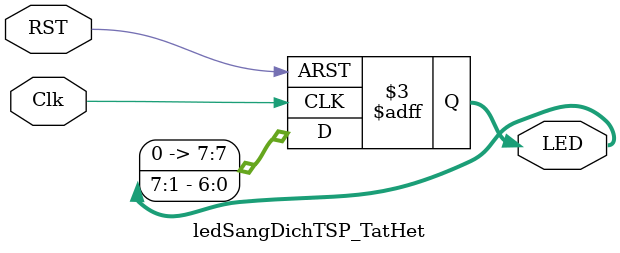
<source format=v>

`timescale 1ns/1ps

module ledSangDichTSP_TatHet (
    input Clk, RST,
    output reg [7:0] LED
);

    always @ (posedge Clk or posedge RST) begin
        if (RST) 
            LED = 8'b1000_0000;
        else
            LED = LED >> 1;
    end

endmodule

</source>
